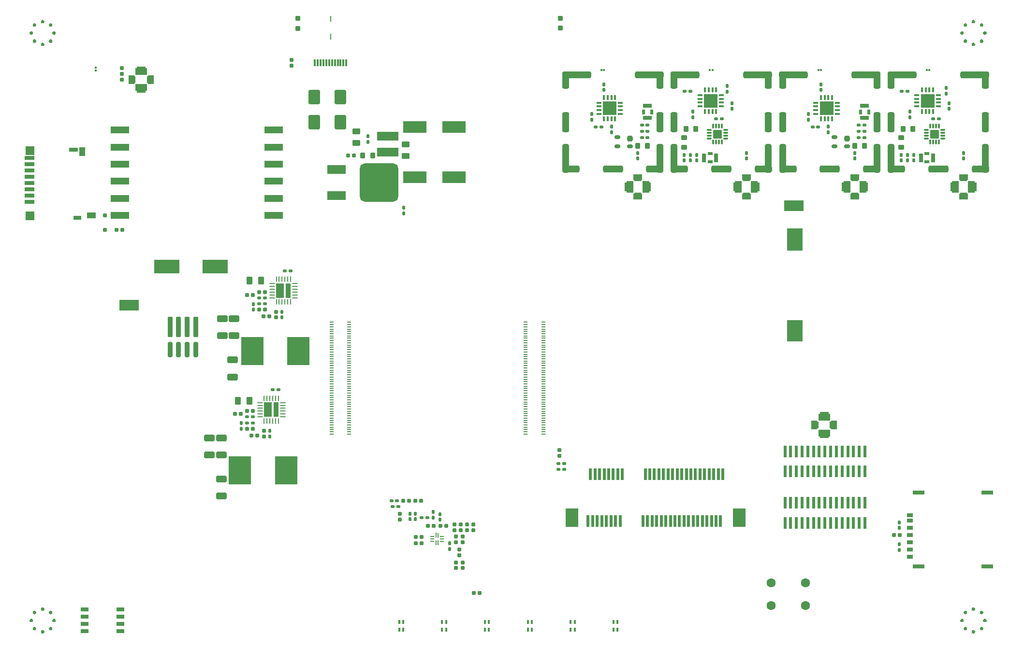
<source format=gtp>
G04*
G04 #@! TF.GenerationSoftware,Altium Limited,Altium Designer,19.1.6 (110)*
G04*
G04 Layer_Color=8421504*
%FSLAX44Y44*%
%MOMM*%
G71*
G01*
G75*
%ADD23R,0.6000X2.0000*%
G04:AMPARAMS|DCode=24|XSize=0.6mm|YSize=0.6mm|CornerRadius=0.06mm|HoleSize=0mm|Usage=FLASHONLY|Rotation=0.000|XOffset=0mm|YOffset=0mm|HoleType=Round|Shape=RoundedRectangle|*
%AMROUNDEDRECTD24*
21,1,0.6000,0.4800,0,0,0.0*
21,1,0.4800,0.6000,0,0,0.0*
1,1,0.1200,0.2400,-0.2400*
1,1,0.1200,-0.2400,-0.2400*
1,1,0.1200,-0.2400,0.2400*
1,1,0.1200,0.2400,0.2400*
%
%ADD24ROUNDEDRECTD24*%
G04:AMPARAMS|DCode=25|XSize=0.5mm|YSize=0.6mm|CornerRadius=0.05mm|HoleSize=0mm|Usage=FLASHONLY|Rotation=270.000|XOffset=0mm|YOffset=0mm|HoleType=Round|Shape=RoundedRectangle|*
%AMROUNDEDRECTD25*
21,1,0.5000,0.5000,0,0,270.0*
21,1,0.4000,0.6000,0,0,270.0*
1,1,0.1000,-0.2500,-0.2000*
1,1,0.1000,-0.2500,0.2000*
1,1,0.1000,0.2500,0.2000*
1,1,0.1000,0.2500,-0.2000*
%
%ADD25ROUNDEDRECTD25*%
%ADD26R,0.7200X0.2000*%
%ADD27R,0.2000X0.8100*%
%ADD28R,0.2000X0.9100*%
G04:AMPARAMS|DCode=29|XSize=0.6mm|YSize=0.6mm|CornerRadius=0.06mm|HoleSize=0mm|Usage=FLASHONLY|Rotation=270.000|XOffset=0mm|YOffset=0mm|HoleType=Round|Shape=RoundedRectangle|*
%AMROUNDEDRECTD29*
21,1,0.6000,0.4800,0,0,270.0*
21,1,0.4800,0.6000,0,0,270.0*
1,1,0.1200,-0.2400,-0.2400*
1,1,0.1200,-0.2400,0.2400*
1,1,0.1200,0.2400,0.2400*
1,1,0.1200,0.2400,-0.2400*
%
%ADD29ROUNDEDRECTD29*%
%ADD30R,1.4000X0.8000*%
%ADD31R,0.3000X0.3100*%
G04:AMPARAMS|DCode=32|XSize=1mm|YSize=0.9mm|CornerRadius=0.1125mm|HoleSize=0mm|Usage=FLASHONLY|Rotation=180.000|XOffset=0mm|YOffset=0mm|HoleType=Round|Shape=RoundedRectangle|*
%AMROUNDEDRECTD32*
21,1,1.0000,0.6750,0,0,180.0*
21,1,0.7750,0.9000,0,0,180.0*
1,1,0.2250,-0.3875,0.3375*
1,1,0.2250,0.3875,0.3375*
1,1,0.2250,0.3875,-0.3375*
1,1,0.2250,-0.3875,-0.3375*
%
%ADD32ROUNDEDRECTD32*%
G04:AMPARAMS|DCode=33|XSize=1.5mm|YSize=1.5mm|CornerRadius=0.075mm|HoleSize=0mm|Usage=FLASHONLY|Rotation=180.000|XOffset=0mm|YOffset=0mm|HoleType=Round|Shape=RoundedRectangle|*
%AMROUNDEDRECTD33*
21,1,1.5000,1.3500,0,0,180.0*
21,1,1.3500,1.5000,0,0,180.0*
1,1,0.1500,-0.6750,0.6750*
1,1,0.1500,0.6750,0.6750*
1,1,0.1500,0.6750,-0.6750*
1,1,0.1500,-0.6750,-0.6750*
%
%ADD33ROUNDEDRECTD33*%
G04:AMPARAMS|DCode=34|XSize=0.3mm|YSize=0.8mm|CornerRadius=0.075mm|HoleSize=0mm|Usage=FLASHONLY|Rotation=180.000|XOffset=0mm|YOffset=0mm|HoleType=Round|Shape=RoundedRectangle|*
%AMROUNDEDRECTD34*
21,1,0.3000,0.6500,0,0,180.0*
21,1,0.1500,0.8000,0,0,180.0*
1,1,0.1500,-0.0750,0.3250*
1,1,0.1500,0.0750,0.3250*
1,1,0.1500,0.0750,-0.3250*
1,1,0.1500,-0.0750,-0.3250*
%
%ADD34ROUNDEDRECTD34*%
G04:AMPARAMS|DCode=35|XSize=0.3mm|YSize=0.8mm|CornerRadius=0.075mm|HoleSize=0mm|Usage=FLASHONLY|Rotation=270.000|XOffset=0mm|YOffset=0mm|HoleType=Round|Shape=RoundedRectangle|*
%AMROUNDEDRECTD35*
21,1,0.3000,0.6500,0,0,270.0*
21,1,0.1500,0.8000,0,0,270.0*
1,1,0.1500,-0.3250,-0.0750*
1,1,0.1500,-0.3250,0.0750*
1,1,0.1500,0.3250,0.0750*
1,1,0.1500,0.3250,-0.0750*
%
%ADD35ROUNDEDRECTD35*%
%ADD36R,0.7500X1.5000*%
%ADD37R,0.9000X0.6000*%
%ADD38R,1.5000X0.7500*%
%ADD39R,0.6000X0.9000*%
G04:AMPARAMS|DCode=40|XSize=0.5mm|YSize=0.6mm|CornerRadius=0.05mm|HoleSize=0mm|Usage=FLASHONLY|Rotation=0.000|XOffset=0mm|YOffset=0mm|HoleType=Round|Shape=RoundedRectangle|*
%AMROUNDEDRECTD40*
21,1,0.5000,0.5000,0,0,0.0*
21,1,0.4000,0.6000,0,0,0.0*
1,1,0.1000,0.2000,-0.2500*
1,1,0.1000,-0.2000,-0.2500*
1,1,0.1000,-0.2000,0.2500*
1,1,0.1000,0.2000,0.2500*
%
%ADD40ROUNDEDRECTD40*%
G04:AMPARAMS|DCode=41|XSize=1.4mm|YSize=1mm|CornerRadius=0.125mm|HoleSize=0mm|Usage=FLASHONLY|Rotation=0.000|XOffset=0mm|YOffset=0mm|HoleType=Round|Shape=RoundedRectangle|*
%AMROUNDEDRECTD41*
21,1,1.4000,0.7500,0,0,0.0*
21,1,1.1500,1.0000,0,0,0.0*
1,1,0.2500,0.5750,-0.3750*
1,1,0.2500,-0.5750,-0.3750*
1,1,0.2500,-0.5750,0.3750*
1,1,0.2500,0.5750,0.3750*
%
%ADD41ROUNDEDRECTD41*%
%ADD42R,0.7000X0.2000*%
%ADD43R,2.3000X3.2000*%
%ADD44R,4.1500X2.1500*%
%ADD45R,2.8000X4.0000*%
%ADD46R,2.8000X3.8000*%
%ADD47R,1.5019X1.0013*%
%ADD48R,1.0000X1.5000*%
%ADD49R,1.4006X0.8004*%
%ADD50R,1.5011X0.8006*%
%ADD51R,1.5018X1.5018*%
%ADD52R,1.5009X1.5009*%
%ADD53R,1.7526X0.7011*%
%ADD54R,1.7518X0.7007*%
%ADD55R,1.7504X0.7002*%
%ADD56R,1.7525X0.7010*%
%ADD57R,1.7522X0.7009*%
%ADD58R,1.7516X0.7006*%
%ADD59R,1.7530X0.7012*%
%ADD60R,1.7504X0.7002*%
%ADD61R,2.1000X0.7000*%
%ADD62R,1.1400X0.8000*%
G04:AMPARAMS|DCode=63|XSize=0.7mm|YSize=0.4mm|CornerRadius=0.05mm|HoleSize=0mm|Usage=FLASHONLY|Rotation=90.000|XOffset=0mm|YOffset=0mm|HoleType=Round|Shape=RoundedRectangle|*
%AMROUNDEDRECTD63*
21,1,0.7000,0.3000,0,0,90.0*
21,1,0.6000,0.4000,0,0,90.0*
1,1,0.1000,0.1500,0.3000*
1,1,0.1000,0.1500,-0.3000*
1,1,0.1000,-0.1500,-0.3000*
1,1,0.1000,-0.1500,0.3000*
%
%ADD63ROUNDEDRECTD63*%
%ADD64C,1.6000*%
G04:AMPARAMS|DCode=65|XSize=0.85mm|YSize=3.55mm|CornerRadius=0.2125mm|HoleSize=0mm|Usage=FLASHONLY|Rotation=0.000|XOffset=0mm|YOffset=0mm|HoleType=Round|Shape=RoundedRectangle|*
%AMROUNDEDRECTD65*
21,1,0.8500,3.1250,0,0,0.0*
21,1,0.4250,3.5500,0,0,0.0*
1,1,0.4250,0.2125,-1.5625*
1,1,0.4250,-0.2125,-1.5625*
1,1,0.4250,-0.2125,1.5625*
1,1,0.4250,0.2125,1.5625*
%
%ADD65ROUNDEDRECTD65*%
G04:AMPARAMS|DCode=66|XSize=0.85mm|YSize=2.65mm|CornerRadius=0.2125mm|HoleSize=0mm|Usage=FLASHONLY|Rotation=0.000|XOffset=0mm|YOffset=0mm|HoleType=Round|Shape=RoundedRectangle|*
%AMROUNDEDRECTD66*
21,1,0.8500,2.2250,0,0,0.0*
21,1,0.4250,2.6500,0,0,0.0*
1,1,0.4250,0.2125,-1.1125*
1,1,0.4250,-0.2125,-1.1125*
1,1,0.4250,-0.2125,1.1125*
1,1,0.4250,0.2125,1.1125*
%
%ADD66ROUNDEDRECTD66*%
%ADD67R,3.7000X1.6000*%
%ADD68R,0.2000X1.0000*%
%ADD69R,0.3000X1.2000*%
G04:AMPARAMS|DCode=70|XSize=1mm|YSize=0.9mm|CornerRadius=0.1125mm|HoleSize=0mm|Usage=FLASHONLY|Rotation=270.000|XOffset=0mm|YOffset=0mm|HoleType=Round|Shape=RoundedRectangle|*
%AMROUNDEDRECTD70*
21,1,1.0000,0.6750,0,0,270.0*
21,1,0.7750,0.9000,0,0,270.0*
1,1,0.2250,-0.3375,-0.3875*
1,1,0.2250,-0.3375,0.3875*
1,1,0.2250,0.3375,0.3875*
1,1,0.2250,0.3375,-0.3875*
%
%ADD70ROUNDEDRECTD70*%
G04:AMPARAMS|DCode=71|XSize=1.8mm|YSize=1.15mm|CornerRadius=0.1438mm|HoleSize=0mm|Usage=FLASHONLY|Rotation=180.000|XOffset=0mm|YOffset=0mm|HoleType=Round|Shape=RoundedRectangle|*
%AMROUNDEDRECTD71*
21,1,1.8000,0.8625,0,0,180.0*
21,1,1.5125,1.1500,0,0,180.0*
1,1,0.2875,-0.7563,0.4313*
1,1,0.2875,0.7563,0.4313*
1,1,0.2875,0.7563,-0.4313*
1,1,0.2875,-0.7563,-0.4313*
%
%ADD71ROUNDEDRECTD71*%
G04:AMPARAMS|DCode=72|XSize=3.3mm|YSize=1.6mm|CornerRadius=0.2mm|HoleSize=0mm|Usage=FLASHONLY|Rotation=180.000|XOffset=0mm|YOffset=0mm|HoleType=Round|Shape=RoundedRectangle|*
%AMROUNDEDRECTD72*
21,1,3.3000,1.2000,0,0,180.0*
21,1,2.9000,1.6000,0,0,180.0*
1,1,0.4000,-1.4500,0.6000*
1,1,0.4000,1.4500,0.6000*
1,1,0.4000,1.4500,-0.6000*
1,1,0.4000,-1.4500,-0.6000*
%
%ADD72ROUNDEDRECTD72*%
G04:AMPARAMS|DCode=73|XSize=6.7mm|YSize=6.7mm|CornerRadius=0.8375mm|HoleSize=0mm|Usage=FLASHONLY|Rotation=180.000|XOffset=0mm|YOffset=0mm|HoleType=Round|Shape=RoundedRectangle|*
%AMROUNDEDRECTD73*
21,1,6.7000,5.0250,0,0,180.0*
21,1,5.0250,6.7000,0,0,180.0*
1,1,1.6750,-2.5125,2.5125*
1,1,1.6750,2.5125,2.5125*
1,1,1.6750,2.5125,-2.5125*
1,1,1.6750,-2.5125,-2.5125*
%
%ADD73ROUNDEDRECTD73*%
%ADD74R,0.3100X0.3000*%
%ADD75R,0.9000X2.5500*%
%ADD76R,1.4000X2.5500*%
G04:AMPARAMS|DCode=77|XSize=0.25mm|YSize=1mm|CornerRadius=0.0625mm|HoleSize=0mm|Usage=FLASHONLY|Rotation=90.000|XOffset=0mm|YOffset=0mm|HoleType=Round|Shape=RoundedRectangle|*
%AMROUNDEDRECTD77*
21,1,0.2500,0.8750,0,0,90.0*
21,1,0.1250,1.0000,0,0,90.0*
1,1,0.1250,0.4375,0.0625*
1,1,0.1250,0.4375,-0.0625*
1,1,0.1250,-0.4375,-0.0625*
1,1,0.1250,-0.4375,0.0625*
%
%ADD77ROUNDEDRECTD77*%
G04:AMPARAMS|DCode=78|XSize=0.25mm|YSize=1mm|CornerRadius=0.0625mm|HoleSize=0mm|Usage=FLASHONLY|Rotation=180.000|XOffset=0mm|YOffset=0mm|HoleType=Round|Shape=RoundedRectangle|*
%AMROUNDEDRECTD78*
21,1,0.2500,0.8750,0,0,180.0*
21,1,0.1250,1.0000,0,0,180.0*
1,1,0.1250,-0.0625,0.4375*
1,1,0.1250,0.0625,0.4375*
1,1,0.1250,0.0625,-0.4375*
1,1,0.1250,-0.0625,-0.4375*
%
%ADD78ROUNDEDRECTD78*%
%ADD79R,0.3300X0.8500*%
%ADD80R,0.8500X0.3300*%
%ADD81R,2.4000X2.4000*%
G04:AMPARAMS|DCode=82|XSize=0.95mm|YSize=0.65mm|CornerRadius=0.1625mm|HoleSize=0mm|Usage=FLASHONLY|Rotation=180.000|XOffset=0mm|YOffset=0mm|HoleType=Round|Shape=RoundedRectangle|*
%AMROUNDEDRECTD82*
21,1,0.9500,0.3250,0,0,180.0*
21,1,0.6250,0.6500,0,0,180.0*
1,1,0.3250,-0.3125,0.1625*
1,1,0.3250,0.3125,0.1625*
1,1,0.3250,0.3125,-0.1625*
1,1,0.3250,-0.3125,-0.1625*
%
%ADD82ROUNDEDRECTD82*%
G04:AMPARAMS|DCode=83|XSize=0.95mm|YSize=1mm|CornerRadius=0.2375mm|HoleSize=0mm|Usage=FLASHONLY|Rotation=180.000|XOffset=0mm|YOffset=0mm|HoleType=Round|Shape=RoundedRectangle|*
%AMROUNDEDRECTD83*
21,1,0.9500,0.5250,0,0,180.0*
21,1,0.4750,1.0000,0,0,180.0*
1,1,0.4750,-0.2375,0.2625*
1,1,0.4750,0.2375,0.2625*
1,1,0.4750,0.2375,-0.2625*
1,1,0.4750,-0.2375,-0.2625*
%
%ADD83ROUNDEDRECTD83*%
%ADD84R,1.0000X1.5500*%
%ADD85R,1.6000X1.2000*%
%ADD86R,1.2000X1.2000*%
%ADD87R,2.1500X1.2000*%
%ADD88R,4.0000X5.0000*%
G04:AMPARAMS|DCode=89|XSize=0.8mm|YSize=0.8mm|CornerRadius=0.1mm|HoleSize=0mm|Usage=FLASHONLY|Rotation=90.000|XOffset=0mm|YOffset=0mm|HoleType=Round|Shape=RoundedRectangle|*
%AMROUNDEDRECTD89*
21,1,0.8000,0.6000,0,0,90.0*
21,1,0.6000,0.8000,0,0,90.0*
1,1,0.2000,0.3000,0.3000*
1,1,0.2000,0.3000,-0.3000*
1,1,0.2000,-0.3000,-0.3000*
1,1,0.2000,-0.3000,0.3000*
%
%ADD89ROUNDEDRECTD89*%
%ADD90R,3.3000X1.2700*%
%ADD91R,4.5000X2.3500*%
G04:AMPARAMS|DCode=92|XSize=3mm|YSize=1.2mm|CornerRadius=0.3mm|HoleSize=0mm|Usage=FLASHONLY|Rotation=90.000|XOffset=0mm|YOffset=0mm|HoleType=Round|Shape=RoundedRectangle|*
%AMROUNDEDRECTD92*
21,1,3.0000,0.6000,0,0,90.0*
21,1,2.4000,1.2000,0,0,90.0*
1,1,0.6000,0.3000,1.2000*
1,1,0.6000,0.3000,-1.2000*
1,1,0.6000,-0.3000,-1.2000*
1,1,0.6000,-0.3000,1.2000*
%
%ADD92ROUNDEDRECTD92*%
G04:AMPARAMS|DCode=93|XSize=3.5mm|YSize=1.2mm|CornerRadius=0.3mm|HoleSize=0mm|Usage=FLASHONLY|Rotation=90.000|XOffset=0mm|YOffset=0mm|HoleType=Round|Shape=RoundedRectangle|*
%AMROUNDEDRECTD93*
21,1,3.5000,0.6000,0,0,90.0*
21,1,2.9000,1.2000,0,0,90.0*
1,1,0.6000,0.3000,1.4500*
1,1,0.6000,0.3000,-1.4500*
1,1,0.6000,-0.3000,-1.4500*
1,1,0.6000,-0.3000,1.4500*
%
%ADD93ROUNDEDRECTD93*%
G04:AMPARAMS|DCode=94|XSize=3.5mm|YSize=1.2mm|CornerRadius=0.3mm|HoleSize=0mm|Usage=FLASHONLY|Rotation=0.000|XOffset=0mm|YOffset=0mm|HoleType=Round|Shape=RoundedRectangle|*
%AMROUNDEDRECTD94*
21,1,3.5000,0.6000,0,0,0.0*
21,1,2.9000,1.2000,0,0,0.0*
1,1,0.6000,1.4500,-0.3000*
1,1,0.6000,-1.4500,-0.3000*
1,1,0.6000,-1.4500,0.3000*
1,1,0.6000,1.4500,0.3000*
%
%ADD94ROUNDEDRECTD94*%
G04:AMPARAMS|DCode=95|XSize=3mm|YSize=1.2mm|CornerRadius=0.3mm|HoleSize=0mm|Usage=FLASHONLY|Rotation=0.000|XOffset=0mm|YOffset=0mm|HoleType=Round|Shape=RoundedRectangle|*
%AMROUNDEDRECTD95*
21,1,3.0000,0.6000,0,0,0.0*
21,1,2.4000,1.2000,0,0,0.0*
1,1,0.6000,1.2000,-0.3000*
1,1,0.6000,-1.2000,-0.3000*
1,1,0.6000,-1.2000,0.3000*
1,1,0.6000,1.2000,0.3000*
%
%ADD95ROUNDEDRECTD95*%
G04:AMPARAMS|DCode=96|XSize=5mm|YSize=1.2mm|CornerRadius=0.3mm|HoleSize=0mm|Usage=FLASHONLY|Rotation=270.000|XOffset=0mm|YOffset=0mm|HoleType=Round|Shape=RoundedRectangle|*
%AMROUNDEDRECTD96*
21,1,5.0000,0.6000,0,0,270.0*
21,1,4.4000,1.2000,0,0,270.0*
1,1,0.6000,-0.3000,-2.2000*
1,1,0.6000,-0.3000,2.2000*
1,1,0.6000,0.3000,2.2000*
1,1,0.6000,0.3000,-2.2000*
%
%ADD96ROUNDEDRECTD96*%
G04:AMPARAMS|DCode=97|XSize=5mm|YSize=1.2mm|CornerRadius=0.3mm|HoleSize=0mm|Usage=FLASHONLY|Rotation=0.000|XOffset=0mm|YOffset=0mm|HoleType=Round|Shape=RoundedRectangle|*
%AMROUNDEDRECTD97*
21,1,5.0000,0.6000,0,0,0.0*
21,1,4.4000,1.2000,0,0,0.0*
1,1,0.6000,2.2000,-0.3000*
1,1,0.6000,-2.2000,-0.3000*
1,1,0.6000,-2.2000,0.3000*
1,1,0.6000,2.2000,0.3000*
%
%ADD97ROUNDEDRECTD97*%
G04:AMPARAMS|DCode=98|XSize=2.5mm|YSize=2mm|CornerRadius=0.25mm|HoleSize=0mm|Usage=FLASHONLY|Rotation=90.000|XOffset=0mm|YOffset=0mm|HoleType=Round|Shape=RoundedRectangle|*
%AMROUNDEDRECTD98*
21,1,2.5000,1.5000,0,0,90.0*
21,1,2.0000,2.0000,0,0,90.0*
1,1,0.5000,0.7500,1.0000*
1,1,0.5000,0.7500,-1.0000*
1,1,0.5000,-0.7500,-1.0000*
1,1,0.5000,-0.7500,1.0000*
%
%ADD98ROUNDEDRECTD98*%
%ADD99R,3.5000X1.9000*%
G04:AMPARAMS|DCode=100|XSize=0.6mm|YSize=0.7mm|CornerRadius=0.075mm|HoleSize=0mm|Usage=FLASHONLY|Rotation=270.000|XOffset=0mm|YOffset=0mm|HoleType=Round|Shape=RoundedRectangle|*
%AMROUNDEDRECTD100*
21,1,0.6000,0.5500,0,0,270.0*
21,1,0.4500,0.7000,0,0,270.0*
1,1,0.1500,-0.2750,-0.2250*
1,1,0.1500,-0.2750,0.2250*
1,1,0.1500,0.2750,0.2250*
1,1,0.1500,0.2750,-0.2250*
%
%ADD100ROUNDEDRECTD100*%
%ADD101R,1.5500X1.0000*%
%ADD102R,1.2000X1.6000*%
%ADD103R,1.2000X1.2000*%
%ADD104R,1.2000X2.1500*%
G04:AMPARAMS|DCode=105|XSize=1.4mm|YSize=1mm|CornerRadius=0.125mm|HoleSize=0mm|Usage=FLASHONLY|Rotation=90.000|XOffset=0mm|YOffset=0mm|HoleType=Round|Shape=RoundedRectangle|*
%AMROUNDEDRECTD105*
21,1,1.4000,0.7500,0,0,90.0*
21,1,1.1500,1.0000,0,0,90.0*
1,1,0.2500,0.3750,0.5750*
1,1,0.2500,0.3750,-0.5750*
1,1,0.2500,-0.3750,-0.5750*
1,1,0.2500,-0.3750,0.5750*
%
%ADD105ROUNDEDRECTD105*%
%ADD106R,2.4000X2.4000*%
G36*
X36699Y57543D02*
X37543Y56699D01*
X38000Y55597D01*
Y55000D01*
Y54403D01*
X37543Y53301D01*
X36699Y52457D01*
X35597Y52000D01*
X34403D01*
X33301Y52457D01*
X32457Y53301D01*
X32000Y54403D01*
Y55000D01*
Y55597D01*
X32457Y56699D01*
X33301Y57543D01*
X34403Y58000D01*
X35597D01*
X36699Y57543D01*
D02*
G37*
G36*
X50841Y51685D02*
X51263Y51263D01*
X51685Y50841D01*
X52142Y49739D01*
Y48545D01*
X51685Y47443D01*
X51263Y47021D01*
X50841Y46599D01*
X49739Y46142D01*
X48545D01*
X47443Y46599D01*
X47021Y47021D01*
X46599Y47443D01*
X46142Y48545D01*
Y49739D01*
X46599Y50841D01*
X47021Y51263D01*
X47443Y51685D01*
X48545Y52142D01*
X49739D01*
X50841Y51685D01*
D02*
G37*
G36*
X22557D02*
X22979Y51263D01*
X23401Y50841D01*
X23858Y49739D01*
Y48545D01*
X23401Y47443D01*
X22979Y47021D01*
X22557Y46599D01*
X21455Y46142D01*
X20261D01*
X19159Y46599D01*
X18736Y47021D01*
X18315Y47443D01*
X17858Y48545D01*
Y49739D01*
X18315Y50841D01*
X18736Y51263D01*
X19159Y51685D01*
X20261Y52142D01*
X21455D01*
X22557Y51685D01*
D02*
G37*
G36*
X56699Y37543D02*
X57543Y36699D01*
X58000Y35597D01*
Y35000D01*
Y34403D01*
X57543Y33301D01*
X56699Y32457D01*
X55597Y32000D01*
X54403D01*
X53301Y32457D01*
X52457Y33301D01*
X52000Y34403D01*
Y35000D01*
Y35597D01*
X52457Y36699D01*
X53301Y37543D01*
X54403Y38000D01*
X55597D01*
X56699Y37543D01*
D02*
G37*
G36*
X16699D02*
X17543Y36699D01*
X18000Y35597D01*
Y35000D01*
Y34403D01*
X17543Y33301D01*
X16699Y32457D01*
X15597Y32000D01*
X14403D01*
X13301Y32457D01*
X12457Y33301D01*
X12000Y34403D01*
Y35000D01*
Y35597D01*
X12457Y36699D01*
X13301Y37543D01*
X14403Y38000D01*
X15597D01*
X16699Y37543D01*
D02*
G37*
G36*
X50841Y23401D02*
X51263Y22979D01*
X51685Y22557D01*
X52142Y21455D01*
Y20261D01*
X51685Y19159D01*
X51263Y18736D01*
X50841Y18315D01*
X49739Y17858D01*
X48545D01*
X47443Y18315D01*
X47021Y18736D01*
X46599Y19159D01*
X46142Y20261D01*
Y21455D01*
X46599Y22557D01*
X47021Y22979D01*
X47443Y23401D01*
X48545Y23858D01*
X49739D01*
X50841Y23401D01*
D02*
G37*
G36*
X22557D02*
X22979Y22979D01*
X23401Y22557D01*
X23858Y21455D01*
Y20261D01*
X23401Y19159D01*
X22979Y18736D01*
X22557Y18315D01*
X21455Y17858D01*
X20261D01*
X19159Y18315D01*
X18736Y18736D01*
X18315Y19159D01*
X17858Y20261D01*
Y21455D01*
X18315Y22557D01*
X18736Y22979D01*
X19159Y23401D01*
X20261Y23858D01*
X21455D01*
X22557Y23401D01*
D02*
G37*
G36*
X36699Y17543D02*
X37543Y16699D01*
X38000Y15597D01*
Y15000D01*
Y14403D01*
X37543Y13301D01*
X36699Y12457D01*
X35597Y12000D01*
X34403D01*
X33301Y12457D01*
X32457Y13301D01*
X32000Y14403D01*
Y15000D01*
Y15597D01*
X32457Y16699D01*
X33301Y17543D01*
X34403Y18000D01*
X35597D01*
X36699Y17543D01*
D02*
G37*
G36*
Y1087543D02*
X37543Y1086699D01*
X38000Y1085597D01*
Y1085000D01*
Y1084403D01*
X37543Y1083301D01*
X36699Y1082457D01*
X35597Y1082000D01*
X34403D01*
X33301Y1082457D01*
X32457Y1083301D01*
X32000Y1084403D01*
Y1085000D01*
Y1085597D01*
X32457Y1086699D01*
X33301Y1087543D01*
X34403Y1088000D01*
X35597D01*
X36699Y1087543D01*
D02*
G37*
G36*
X50841Y1081685D02*
X51263Y1081264D01*
X51685Y1080842D01*
X52142Y1079739D01*
Y1078545D01*
X51685Y1077443D01*
X51263Y1077021D01*
X50841Y1076599D01*
X49739Y1076142D01*
X48545D01*
X47443Y1076599D01*
X47021Y1077021D01*
X46599Y1077443D01*
X46142Y1078545D01*
Y1079739D01*
X46599Y1080842D01*
X47021Y1081264D01*
X47443Y1081685D01*
X48545Y1082142D01*
X49739D01*
X50841Y1081685D01*
D02*
G37*
G36*
X22557D02*
X22979Y1081264D01*
X23401Y1080842D01*
X23858Y1079739D01*
Y1078545D01*
X23401Y1077443D01*
X22979Y1077021D01*
X22557Y1076599D01*
X21455Y1076142D01*
X20261D01*
X19159Y1076599D01*
X18736Y1077021D01*
X18315Y1077443D01*
X17858Y1078545D01*
Y1079739D01*
X18315Y1080842D01*
X18736Y1081264D01*
X19159Y1081685D01*
X20261Y1082142D01*
X21455D01*
X22557Y1081685D01*
D02*
G37*
G36*
X56699Y1067543D02*
X57543Y1066699D01*
X58000Y1065597D01*
Y1065000D01*
Y1064403D01*
X57543Y1063301D01*
X56699Y1062457D01*
X55597Y1062000D01*
X54403D01*
X53301Y1062457D01*
X52457Y1063301D01*
X52000Y1064403D01*
Y1065000D01*
Y1065597D01*
X52457Y1066699D01*
X53301Y1067543D01*
X54403Y1068000D01*
X55597D01*
X56699Y1067543D01*
D02*
G37*
G36*
X16699D02*
X17543Y1066699D01*
X18000Y1065597D01*
Y1065000D01*
Y1064403D01*
X17543Y1063301D01*
X16699Y1062457D01*
X15597Y1062000D01*
X14403D01*
X13301Y1062457D01*
X12457Y1063301D01*
X12000Y1064403D01*
Y1065000D01*
Y1065597D01*
X12457Y1066699D01*
X13301Y1067543D01*
X14403Y1068000D01*
X15597D01*
X16699Y1067543D01*
D02*
G37*
G36*
X50841Y1053401D02*
X51263Y1052979D01*
X51685Y1052557D01*
X52142Y1051455D01*
Y1050261D01*
X51685Y1049158D01*
X51263Y1048736D01*
X50841Y1048315D01*
X49739Y1047858D01*
X48545D01*
X47443Y1048315D01*
X47021Y1048736D01*
X46599Y1049158D01*
X46142Y1050261D01*
Y1051455D01*
X46599Y1052557D01*
X47021Y1052979D01*
X47443Y1053401D01*
X48545Y1053858D01*
X49739D01*
X50841Y1053401D01*
D02*
G37*
G36*
X22557D02*
X22979Y1052979D01*
X23401Y1052557D01*
X23858Y1051455D01*
Y1050261D01*
X23401Y1049158D01*
X22979Y1048736D01*
X22557Y1048315D01*
X21455Y1047858D01*
X20261D01*
X19159Y1048315D01*
X18736Y1048736D01*
X18315Y1049158D01*
X17858Y1050261D01*
Y1051455D01*
X18315Y1052557D01*
X18736Y1052979D01*
X19159Y1053401D01*
X20261Y1053858D01*
X21455D01*
X22557Y1053401D01*
D02*
G37*
G36*
X36699Y1047543D02*
X37543Y1046699D01*
X38000Y1045597D01*
Y1045000D01*
Y1044403D01*
X37543Y1043301D01*
X36699Y1042457D01*
X35597Y1042000D01*
X34403D01*
X33301Y1042457D01*
X32457Y1043301D01*
X32000Y1044403D01*
Y1045000D01*
Y1045597D01*
X32457Y1046699D01*
X33301Y1047543D01*
X34403Y1048000D01*
X35597D01*
X36699Y1047543D01*
D02*
G37*
G36*
X1666699Y57543D02*
X1667543Y56699D01*
X1668000Y55597D01*
Y55000D01*
Y54403D01*
X1667543Y53301D01*
X1666699Y52457D01*
X1665597Y52000D01*
X1664403D01*
X1663301Y52457D01*
X1662457Y53301D01*
X1662000Y54403D01*
Y55000D01*
Y55597D01*
X1662457Y56699D01*
X1663301Y57543D01*
X1664403Y58000D01*
X1665597D01*
X1666699Y57543D01*
D02*
G37*
G36*
X1680842Y51685D02*
X1681263Y51263D01*
X1681685Y50841D01*
X1682142Y49739D01*
Y48545D01*
X1681685Y47443D01*
X1681263Y47021D01*
X1680842Y46599D01*
X1679739Y46142D01*
X1678545D01*
X1677443Y46599D01*
X1677021Y47021D01*
X1676599Y47443D01*
X1676142Y48545D01*
Y49739D01*
X1676599Y50841D01*
X1677021Y51263D01*
X1677443Y51685D01*
X1678545Y52142D01*
X1679739D01*
X1680842Y51685D01*
D02*
G37*
G36*
X1652557D02*
X1652979Y51263D01*
X1653401Y50841D01*
X1653858Y49739D01*
Y48545D01*
X1653401Y47443D01*
X1652979Y47021D01*
X1652557Y46599D01*
X1651455Y46142D01*
X1650261D01*
X1649158Y46599D01*
X1648737Y47021D01*
X1648315Y47443D01*
X1647858Y48545D01*
Y49739D01*
X1648315Y50841D01*
X1648737Y51263D01*
X1649158Y51685D01*
X1650261Y52142D01*
X1651455D01*
X1652557Y51685D01*
D02*
G37*
G36*
X1686699Y37543D02*
X1687543Y36699D01*
X1688000Y35597D01*
Y35000D01*
Y34403D01*
X1687543Y33301D01*
X1686699Y32457D01*
X1685597Y32000D01*
X1684403D01*
X1683301Y32457D01*
X1682457Y33301D01*
X1682000Y34403D01*
Y35000D01*
Y35597D01*
X1682457Y36699D01*
X1683301Y37543D01*
X1684403Y38000D01*
X1685597D01*
X1686699Y37543D01*
D02*
G37*
G36*
X1646699D02*
X1647543Y36699D01*
X1648000Y35597D01*
Y35000D01*
Y34403D01*
X1647543Y33301D01*
X1646699Y32457D01*
X1645597Y32000D01*
X1644403D01*
X1643301Y32457D01*
X1642457Y33301D01*
X1642000Y34403D01*
Y35000D01*
Y35597D01*
X1642457Y36699D01*
X1643301Y37543D01*
X1644403Y38000D01*
X1645597D01*
X1646699Y37543D01*
D02*
G37*
G36*
X1680842Y23401D02*
X1681263Y22979D01*
X1681685Y22557D01*
X1682142Y21455D01*
Y20261D01*
X1681685Y19159D01*
X1681263Y18736D01*
X1680842Y18315D01*
X1679739Y17858D01*
X1678545D01*
X1677443Y18315D01*
X1677021Y18736D01*
X1676599Y19159D01*
X1676142Y20261D01*
Y21455D01*
X1676599Y22557D01*
X1677021Y22979D01*
X1677443Y23401D01*
X1678545Y23858D01*
X1679739D01*
X1680842Y23401D01*
D02*
G37*
G36*
X1652557D02*
X1652979Y22979D01*
X1653401Y22557D01*
X1653858Y21455D01*
Y20261D01*
X1653401Y19159D01*
X1652979Y18736D01*
X1652557Y18315D01*
X1651455Y17858D01*
X1650261D01*
X1649158Y18315D01*
X1648737Y18736D01*
X1648315Y19159D01*
X1647858Y20261D01*
Y21455D01*
X1648315Y22557D01*
X1648737Y22979D01*
X1649158Y23401D01*
X1650261Y23858D01*
X1651455D01*
X1652557Y23401D01*
D02*
G37*
G36*
X1666699Y17543D02*
X1667543Y16699D01*
X1668000Y15597D01*
Y15000D01*
Y14403D01*
X1667543Y13301D01*
X1666699Y12457D01*
X1665597Y12000D01*
X1664403D01*
X1663301Y12457D01*
X1662457Y13301D01*
X1662000Y14403D01*
Y15000D01*
Y15597D01*
X1662457Y16699D01*
X1663301Y17543D01*
X1664403Y18000D01*
X1665597D01*
X1666699Y17543D01*
D02*
G37*
G36*
Y1087543D02*
X1667543Y1086699D01*
X1668000Y1085597D01*
Y1085000D01*
Y1084403D01*
X1667543Y1083301D01*
X1666699Y1082457D01*
X1665597Y1082000D01*
X1664403D01*
X1663301Y1082457D01*
X1662457Y1083301D01*
X1662000Y1084403D01*
Y1085000D01*
Y1085597D01*
X1662457Y1086699D01*
X1663301Y1087543D01*
X1664403Y1088000D01*
X1665597D01*
X1666699Y1087543D01*
D02*
G37*
G36*
X1680842Y1081685D02*
X1681263Y1081264D01*
X1681685Y1080842D01*
X1682142Y1079739D01*
Y1078545D01*
X1681685Y1077443D01*
X1681263Y1077021D01*
X1680842Y1076599D01*
X1679739Y1076142D01*
X1678545D01*
X1677443Y1076599D01*
X1677021Y1077021D01*
X1676599Y1077443D01*
X1676142Y1078545D01*
Y1079739D01*
X1676599Y1080842D01*
X1677021Y1081264D01*
X1677443Y1081685D01*
X1678545Y1082142D01*
X1679739D01*
X1680842Y1081685D01*
D02*
G37*
G36*
X1652557D02*
X1652979Y1081264D01*
X1653401Y1080842D01*
X1653858Y1079739D01*
Y1078545D01*
X1653401Y1077443D01*
X1652979Y1077021D01*
X1652557Y1076599D01*
X1651455Y1076142D01*
X1650261D01*
X1649158Y1076599D01*
X1648737Y1077021D01*
X1648315Y1077443D01*
X1647858Y1078545D01*
Y1079739D01*
X1648315Y1080842D01*
X1648737Y1081264D01*
X1649158Y1081685D01*
X1650261Y1082142D01*
X1651455D01*
X1652557Y1081685D01*
D02*
G37*
G36*
X1686699Y1067543D02*
X1687543Y1066699D01*
X1688000Y1065597D01*
Y1065000D01*
Y1064403D01*
X1687543Y1063301D01*
X1686699Y1062457D01*
X1685597Y1062000D01*
X1684403D01*
X1683301Y1062457D01*
X1682457Y1063301D01*
X1682000Y1064403D01*
Y1065000D01*
Y1065597D01*
X1682457Y1066699D01*
X1683301Y1067543D01*
X1684403Y1068000D01*
X1685597D01*
X1686699Y1067543D01*
D02*
G37*
G36*
X1646699D02*
X1647543Y1066699D01*
X1648000Y1065597D01*
Y1065000D01*
Y1064403D01*
X1647543Y1063301D01*
X1646699Y1062457D01*
X1645597Y1062000D01*
X1644403D01*
X1643301Y1062457D01*
X1642457Y1063301D01*
X1642000Y1064403D01*
Y1065000D01*
Y1065597D01*
X1642457Y1066699D01*
X1643301Y1067543D01*
X1644403Y1068000D01*
X1645597D01*
X1646699Y1067543D01*
D02*
G37*
G36*
X1680842Y1053401D02*
X1681263Y1052979D01*
X1681685Y1052557D01*
X1682142Y1051455D01*
Y1050261D01*
X1681685Y1049158D01*
X1681263Y1048736D01*
X1680842Y1048315D01*
X1679739Y1047858D01*
X1678545D01*
X1677443Y1048315D01*
X1677021Y1048736D01*
X1676599Y1049158D01*
X1676142Y1050261D01*
Y1051455D01*
X1676599Y1052557D01*
X1677021Y1052979D01*
X1677443Y1053401D01*
X1678545Y1053858D01*
X1679739D01*
X1680842Y1053401D01*
D02*
G37*
G36*
X1652557D02*
X1652979Y1052979D01*
X1653401Y1052557D01*
X1653858Y1051455D01*
Y1050261D01*
X1653401Y1049158D01*
X1652979Y1048736D01*
X1652557Y1048315D01*
X1651455Y1047858D01*
X1650261D01*
X1649158Y1048315D01*
X1648737Y1048736D01*
X1648315Y1049158D01*
X1647858Y1050261D01*
Y1051455D01*
X1648315Y1052557D01*
X1648737Y1052979D01*
X1649158Y1053401D01*
X1650261Y1053858D01*
X1651455D01*
X1652557Y1053401D01*
D02*
G37*
G36*
X1666699Y1047543D02*
X1667543Y1046699D01*
X1668000Y1045597D01*
Y1045000D01*
Y1044403D01*
X1667543Y1043301D01*
X1666699Y1042457D01*
X1665597Y1042000D01*
X1664403D01*
X1663301Y1042457D01*
X1662457Y1043301D01*
X1662000Y1044403D01*
Y1045000D01*
Y1045597D01*
X1662457Y1046699D01*
X1663301Y1047543D01*
X1664403Y1048000D01*
X1665597D01*
X1666699Y1047543D01*
D02*
G37*
D23*
X1475000Y296250D02*
D03*
X1465000D02*
D03*
X1455000D02*
D03*
X1445000D02*
D03*
X1435000Y296250D02*
D03*
X1425000Y296250D02*
D03*
X1415000D02*
D03*
X1405000D02*
D03*
X1395000Y296250D02*
D03*
X1385000Y296250D02*
D03*
X1375000D02*
D03*
X1365000D02*
D03*
X1355000D02*
D03*
X1345000D02*
D03*
X1335000D02*
D03*
Y331250D02*
D03*
X1345000Y331250D02*
D03*
X1355000Y331250D02*
D03*
X1365000D02*
D03*
X1375000Y331250D02*
D03*
X1385000D02*
D03*
X1395000D02*
D03*
X1405000D02*
D03*
X1415000D02*
D03*
X1425000D02*
D03*
X1435000D02*
D03*
X1445000D02*
D03*
X1455000D02*
D03*
X1465000Y331250D02*
D03*
X1475000D02*
D03*
Y241250D02*
D03*
X1465000D02*
D03*
X1455000D02*
D03*
X1445000Y241250D02*
D03*
X1435000D02*
D03*
X1425000Y241250D02*
D03*
X1415000D02*
D03*
X1405000D02*
D03*
X1395000Y241250D02*
D03*
X1385000D02*
D03*
X1375000Y241250D02*
D03*
X1365000D02*
D03*
X1355000D02*
D03*
X1345000Y241250D02*
D03*
X1335000Y241250D02*
D03*
Y206250D02*
D03*
X1345000Y206250D02*
D03*
X1355000Y206250D02*
D03*
X1365000D02*
D03*
X1375000Y206250D02*
D03*
X1385000D02*
D03*
X1395000D02*
D03*
X1405000D02*
D03*
X1415000D02*
D03*
X1425000D02*
D03*
X1435000D02*
D03*
X1445000D02*
D03*
X1455000D02*
D03*
X1465000Y206250D02*
D03*
X1475000D02*
D03*
X1030250Y209000D02*
D03*
X1038250D02*
D03*
X1226250Y291000D02*
D03*
X1218250D02*
D03*
X1210250D02*
D03*
X1202250D02*
D03*
X1194250D02*
D03*
X1186250D02*
D03*
X1178250D02*
D03*
X1170250D02*
D03*
X1162250D02*
D03*
X1154250D02*
D03*
X1146250D02*
D03*
X1138250D02*
D03*
X1130250D02*
D03*
X1122250D02*
D03*
X1114250D02*
D03*
X1106250D02*
D03*
X1098250D02*
D03*
X1090250D02*
D03*
X1222250Y209000D02*
D03*
X1214250D02*
D03*
X1206250D02*
D03*
X1198250D02*
D03*
X1190250D02*
D03*
X1182250D02*
D03*
X1174250D02*
D03*
X1166250D02*
D03*
X1158250D02*
D03*
X1150250D02*
D03*
X1142250D02*
D03*
X1134250D02*
D03*
X1126250D02*
D03*
X1118250D02*
D03*
X1110250D02*
D03*
X1102250D02*
D03*
X1094250D02*
D03*
X1086250D02*
D03*
X1050250Y291000D02*
D03*
X1042250D02*
D03*
X1034250D02*
D03*
X1026250D02*
D03*
X1018250D02*
D03*
X1010250D02*
D03*
X1002250D02*
D03*
X994250D02*
D03*
X1046250Y209000D02*
D03*
X1022250D02*
D03*
X1014250D02*
D03*
X1006250D02*
D03*
X998250D02*
D03*
X990250D02*
D03*
D24*
X940000Y333750D02*
D03*
Y323750D02*
D03*
X471250Y1008000D02*
D03*
Y1018000D02*
D03*
X660125Y212125D02*
D03*
Y222125D02*
D03*
X778250Y203062D02*
D03*
Y193062D02*
D03*
X789250D02*
D03*
Y203062D02*
D03*
X767250Y193062D02*
D03*
Y203062D02*
D03*
X758500Y136750D02*
D03*
Y126750D02*
D03*
X756250Y193062D02*
D03*
Y203062D02*
D03*
X770750Y126750D02*
D03*
Y136750D02*
D03*
X764500Y149000D02*
D03*
Y159000D02*
D03*
X758500Y172000D02*
D03*
Y182000D02*
D03*
X770750D02*
D03*
Y172000D02*
D03*
X174000Y1003500D02*
D03*
Y993500D02*
D03*
D03*
Y983500D02*
D03*
X443750Y566250D02*
D03*
Y576250D02*
D03*
X422500Y357500D02*
D03*
Y367500D02*
D03*
D25*
X938000Y299750D02*
D03*
X948000D02*
D03*
X938000Y309750D02*
D03*
X948000D02*
D03*
X1224400Y914750D02*
D03*
X1214400D02*
D03*
X645750Y244750D02*
D03*
X655750D02*
D03*
X647750Y234750D02*
D03*
X657750D02*
D03*
X698500Y215500D02*
D03*
X708500D02*
D03*
X1084400Y881375D02*
D03*
X1094400D02*
D03*
X1084400Y903875D02*
D03*
X1094400D02*
D03*
Y892625D02*
D03*
X1084400D02*
D03*
X1464400Y903875D02*
D03*
X1474400D02*
D03*
Y892625D02*
D03*
X1464400Y892625D02*
D03*
X1464400Y881375D02*
D03*
X1474400D02*
D03*
X1604400Y914750D02*
D03*
X1594400D02*
D03*
X1539500Y962750D02*
D03*
X1549500D02*
D03*
X1393250Y900150D02*
D03*
X1383250D02*
D03*
X1013250Y900150D02*
D03*
X1003251Y900150D02*
D03*
X1159500Y962750D02*
D03*
X1169500D02*
D03*
X414250Y600250D02*
D03*
X424250D02*
D03*
X424250Y590250D02*
D03*
X414250D02*
D03*
X459250Y648250D02*
D03*
X469250D02*
D03*
X403000Y381500D02*
D03*
X393000D02*
D03*
X403000Y391750D02*
D03*
X393000D02*
D03*
X438000Y439500D02*
D03*
X448000Y439500D02*
D03*
D26*
X734250Y182000D02*
D03*
Y178000D02*
D03*
Y174000D02*
D03*
X717250D02*
D03*
Y178000D02*
D03*
Y182000D02*
D03*
D27*
X727750Y171500D02*
D03*
X723750D02*
D03*
Y184500D02*
D03*
D28*
X727750Y184000D02*
D03*
D29*
X698750Y181500D02*
D03*
X688750D02*
D03*
X698771Y170625D02*
D03*
X688771D02*
D03*
X697750Y245000D02*
D03*
X687750D02*
D03*
X790000Y83500D02*
D03*
X800000D02*
D03*
X676750Y245000D02*
D03*
X666750D02*
D03*
X719500Y201063D02*
D03*
X709500D02*
D03*
X731750Y201000D02*
D03*
X741750D02*
D03*
X1535900Y184350D02*
D03*
X1525900Y184350D02*
D03*
X174250Y720000D02*
D03*
X164250D02*
D03*
X569750Y850250D02*
D03*
X579750D02*
D03*
X424250Y610750D02*
D03*
X414250D02*
D03*
X403250Y605750D02*
D03*
X393250Y605750D02*
D03*
X414250Y579750D02*
D03*
X424250D02*
D03*
X432091Y568341D02*
D03*
X422091D02*
D03*
X400909Y359478D02*
D03*
X410909D02*
D03*
X393000Y371000D02*
D03*
X403000D02*
D03*
X403000Y402000D02*
D03*
X393000Y402000D02*
D03*
X382000Y397000D02*
D03*
X372000D02*
D03*
D30*
X171500Y54700D02*
D03*
X171500Y42000D02*
D03*
Y29300D02*
D03*
Y16600D02*
D03*
X108500D02*
D03*
X108500Y29300D02*
D03*
Y42000D02*
D03*
X108500Y54700D02*
D03*
D31*
X128250Y1004000D02*
D03*
Y999500D02*
D03*
D32*
X1538250Y881750D02*
D03*
Y864750D02*
D03*
X1158250Y881750D02*
D03*
Y864750D02*
D03*
D33*
X1216750Y887750D02*
D03*
X1596750D02*
D03*
D34*
X1224250Y873500D02*
D03*
X1219250D02*
D03*
X1214250D02*
D03*
X1209250D02*
D03*
Y902000D02*
D03*
X1214250D02*
D03*
X1219250D02*
D03*
X1224250D02*
D03*
X1604250Y873500D02*
D03*
X1599250D02*
D03*
X1594250D02*
D03*
X1589250D02*
D03*
Y902000D02*
D03*
X1594250D02*
D03*
X1599250D02*
D03*
X1604250D02*
D03*
D35*
X1202500Y880250D02*
D03*
Y885250D02*
D03*
Y890250D02*
D03*
Y895250D02*
D03*
X1231000D02*
D03*
Y890250D02*
D03*
Y885250D02*
D03*
Y880250D02*
D03*
X1582500Y880250D02*
D03*
Y885250D02*
D03*
Y890250D02*
D03*
Y895250D02*
D03*
X1611000D02*
D03*
Y890250D02*
D03*
Y885250D02*
D03*
Y880250D02*
D03*
D36*
X1594250Y846375D02*
D03*
X1573250D02*
D03*
X1193250D02*
D03*
X1214250D02*
D03*
D37*
X1583750Y853375D02*
D03*
Y839375D02*
D03*
X1203750D02*
D03*
Y853375D02*
D03*
D38*
X1474400Y937125D02*
D03*
Y916125D02*
D03*
X1094400D02*
D03*
Y937125D02*
D03*
D39*
X1467400Y926625D02*
D03*
X1481400D02*
D03*
X1101400D02*
D03*
X1087400D02*
D03*
D40*
X1242500Y942000D02*
D03*
Y932000D02*
D03*
X604500Y873750D02*
D03*
Y883750D02*
D03*
X730750Y221500D02*
D03*
Y211500D02*
D03*
X688000Y222250D02*
D03*
Y212250D02*
D03*
X678000D02*
D03*
Y222250D02*
D03*
X719000Y215250D02*
D03*
Y225250D02*
D03*
X747750Y160250D02*
D03*
Y170250D02*
D03*
X1553750Y927500D02*
D03*
Y917500D02*
D03*
X1560750Y841375D02*
D03*
Y851375D02*
D03*
X1549500Y851375D02*
D03*
Y841375D02*
D03*
X1538250D02*
D03*
Y851375D02*
D03*
X1535250Y207000D02*
D03*
Y197000D02*
D03*
X1535250Y168750D02*
D03*
Y158750D02*
D03*
X667000Y758500D02*
D03*
Y748500D02*
D03*
X1622500Y942000D02*
D03*
Y932000D02*
D03*
X1647400Y854750D02*
D03*
Y844750D02*
D03*
X1617000Y968750D02*
D03*
Y958750D02*
D03*
X1457400Y854750D02*
D03*
Y844750D02*
D03*
X1411000Y901217D02*
D03*
Y891217D02*
D03*
X1376250Y913250D02*
D03*
Y923250D02*
D03*
X1398000Y975000D02*
D03*
Y965000D02*
D03*
X1018000Y975000D02*
D03*
X1018000Y965000D02*
D03*
X996250Y913250D02*
D03*
Y923250D02*
D03*
X1031000Y901217D02*
D03*
Y891217D02*
D03*
X1077400Y854750D02*
D03*
Y844750D02*
D03*
X1173750Y927500D02*
D03*
Y917500D02*
D03*
X1233750Y972000D02*
D03*
Y962000D02*
D03*
X1267400Y854750D02*
D03*
Y844750D02*
D03*
X1180750Y841375D02*
D03*
Y851375D02*
D03*
X1158250Y841375D02*
D03*
Y851375D02*
D03*
X1169500D02*
D03*
Y841375D02*
D03*
X403855Y579750D02*
D03*
Y589750D02*
D03*
X454250Y576250D02*
D03*
Y566250D02*
D03*
X433000Y367500D02*
D03*
Y357500D02*
D03*
X382605Y371000D02*
D03*
Y381000D02*
D03*
D41*
X670500Y869750D02*
D03*
Y849750D02*
D03*
X584000Y892250D02*
D03*
Y872250D02*
D03*
D42*
X880850Y557750D02*
D03*
Y553750D02*
D03*
Y549750D02*
D03*
Y545750D02*
D03*
Y541750D02*
D03*
Y537750D02*
D03*
Y533750D02*
D03*
Y529750D02*
D03*
Y525750D02*
D03*
Y521750D02*
D03*
Y517750D02*
D03*
Y513750D02*
D03*
Y509750D02*
D03*
Y505750D02*
D03*
Y501750D02*
D03*
Y497750D02*
D03*
Y493750D02*
D03*
Y489750D02*
D03*
Y485750D02*
D03*
Y481750D02*
D03*
Y477750D02*
D03*
Y473750D02*
D03*
Y469750D02*
D03*
Y465750D02*
D03*
Y461750D02*
D03*
Y457750D02*
D03*
Y453750D02*
D03*
Y449750D02*
D03*
Y445750D02*
D03*
Y441750D02*
D03*
Y437750D02*
D03*
Y433750D02*
D03*
Y429750D02*
D03*
Y425750D02*
D03*
Y421750D02*
D03*
Y417750D02*
D03*
Y413750D02*
D03*
Y409750D02*
D03*
Y405750D02*
D03*
Y401750D02*
D03*
Y397750D02*
D03*
Y393750D02*
D03*
Y389750D02*
D03*
Y385750D02*
D03*
Y381750D02*
D03*
Y377750D02*
D03*
Y373750D02*
D03*
Y369750D02*
D03*
Y365750D02*
D03*
Y361750D02*
D03*
X911650Y557750D02*
D03*
Y553750D02*
D03*
Y549750D02*
D03*
Y545750D02*
D03*
Y541750D02*
D03*
Y537750D02*
D03*
Y533750D02*
D03*
Y529750D02*
D03*
Y525750D02*
D03*
Y521750D02*
D03*
Y517750D02*
D03*
Y513750D02*
D03*
Y509750D02*
D03*
Y505750D02*
D03*
Y501750D02*
D03*
Y497750D02*
D03*
Y493750D02*
D03*
Y489750D02*
D03*
Y485750D02*
D03*
Y481750D02*
D03*
Y477750D02*
D03*
Y473750D02*
D03*
Y469750D02*
D03*
Y465750D02*
D03*
Y461750D02*
D03*
Y457750D02*
D03*
Y453750D02*
D03*
Y449750D02*
D03*
Y445750D02*
D03*
Y441750D02*
D03*
Y437750D02*
D03*
Y433750D02*
D03*
Y429750D02*
D03*
Y425750D02*
D03*
Y421750D02*
D03*
Y417750D02*
D03*
Y413750D02*
D03*
Y409750D02*
D03*
Y405750D02*
D03*
Y401750D02*
D03*
Y397750D02*
D03*
Y393750D02*
D03*
Y389750D02*
D03*
Y385750D02*
D03*
Y381750D02*
D03*
Y377750D02*
D03*
Y373750D02*
D03*
Y369750D02*
D03*
Y365750D02*
D03*
Y361750D02*
D03*
X540850Y557750D02*
D03*
Y553750D02*
D03*
Y549750D02*
D03*
Y545750D02*
D03*
Y541750D02*
D03*
Y537750D02*
D03*
Y533750D02*
D03*
Y529750D02*
D03*
Y525750D02*
D03*
Y521750D02*
D03*
Y517750D02*
D03*
Y513750D02*
D03*
Y509750D02*
D03*
Y505750D02*
D03*
Y501750D02*
D03*
Y497750D02*
D03*
Y493750D02*
D03*
Y489750D02*
D03*
Y485750D02*
D03*
Y481750D02*
D03*
Y477750D02*
D03*
Y473750D02*
D03*
Y469750D02*
D03*
Y465750D02*
D03*
Y461750D02*
D03*
Y457750D02*
D03*
Y453750D02*
D03*
Y449750D02*
D03*
Y445750D02*
D03*
Y441750D02*
D03*
Y437750D02*
D03*
Y433750D02*
D03*
Y429750D02*
D03*
Y425750D02*
D03*
Y421750D02*
D03*
Y417750D02*
D03*
Y413750D02*
D03*
Y409750D02*
D03*
Y405750D02*
D03*
Y401750D02*
D03*
Y397750D02*
D03*
Y393750D02*
D03*
Y389750D02*
D03*
Y385750D02*
D03*
Y381750D02*
D03*
Y377750D02*
D03*
Y373750D02*
D03*
Y369750D02*
D03*
Y365750D02*
D03*
Y361750D02*
D03*
X571650Y557750D02*
D03*
Y553750D02*
D03*
Y549750D02*
D03*
Y545750D02*
D03*
Y541750D02*
D03*
Y537750D02*
D03*
Y533750D02*
D03*
Y529750D02*
D03*
Y525750D02*
D03*
Y521750D02*
D03*
Y517750D02*
D03*
Y513750D02*
D03*
Y509750D02*
D03*
Y505750D02*
D03*
Y501750D02*
D03*
Y497750D02*
D03*
Y493750D02*
D03*
Y489750D02*
D03*
Y485750D02*
D03*
Y481750D02*
D03*
Y477750D02*
D03*
Y473750D02*
D03*
Y469750D02*
D03*
Y465750D02*
D03*
Y461750D02*
D03*
Y457750D02*
D03*
Y453750D02*
D03*
Y449750D02*
D03*
Y445750D02*
D03*
Y441750D02*
D03*
Y437750D02*
D03*
Y433750D02*
D03*
Y429750D02*
D03*
Y425750D02*
D03*
Y421750D02*
D03*
Y417750D02*
D03*
Y413750D02*
D03*
Y409750D02*
D03*
Y405750D02*
D03*
Y401750D02*
D03*
Y397750D02*
D03*
Y393750D02*
D03*
Y389750D02*
D03*
Y385750D02*
D03*
Y381750D02*
D03*
Y377750D02*
D03*
Y373750D02*
D03*
Y369750D02*
D03*
Y365750D02*
D03*
Y361750D02*
D03*
D43*
X1254750Y215000D02*
D03*
X961750D02*
D03*
D44*
X686500Y899750D02*
D03*
X755500D02*
D03*
X686500Y811750D02*
D03*
X755500D02*
D03*
D45*
X1352250Y702500D02*
D03*
D46*
X1352500Y542750D02*
D03*
D47*
X120055Y745250D02*
D03*
D48*
X104055Y857200D02*
D03*
D49*
X95555Y741250D02*
D03*
D50*
X89055Y860750D02*
D03*
D51*
X13055Y744500D02*
D03*
D52*
Y859000D02*
D03*
D53*
X11805Y846000D02*
D03*
D54*
Y835000D02*
D03*
D55*
Y824000D02*
D03*
D56*
Y813000D02*
D03*
D57*
Y802000D02*
D03*
D58*
Y791000D02*
D03*
D59*
X11805Y780000D02*
D03*
D60*
X11805Y769000D02*
D03*
D61*
X1688850Y259500D02*
D03*
Y129500D02*
D03*
X1568850Y259500D02*
D03*
Y129500D02*
D03*
D62*
X1554050Y219200D02*
D03*
Y209700D02*
D03*
X1554050Y197000D02*
D03*
X1554050Y184300D02*
D03*
Y171600D02*
D03*
Y158900D02*
D03*
Y146200D02*
D03*
D63*
X666601Y18525D02*
D03*
Y32525D02*
D03*
X659601Y32525D02*
D03*
Y18525D02*
D03*
X884601D02*
D03*
Y32525D02*
D03*
X891601Y32525D02*
D03*
Y18525D02*
D03*
X809601Y18525D02*
D03*
Y32525D02*
D03*
X816601Y32525D02*
D03*
Y18525D02*
D03*
X734601Y18525D02*
D03*
Y32525D02*
D03*
X741601Y32525D02*
D03*
Y18525D02*
D03*
X1034601Y18500D02*
D03*
Y32500D02*
D03*
X1041601Y32500D02*
D03*
Y18500D02*
D03*
X959601Y18500D02*
D03*
Y32500D02*
D03*
X966601Y32500D02*
D03*
Y18500D02*
D03*
D64*
X1310750Y100750D02*
D03*
X1370750D02*
D03*
Y60750D02*
D03*
X1310750D02*
D03*
D65*
X303000Y549250D02*
D03*
X288000D02*
D03*
X273000D02*
D03*
X258000Y549250D02*
D03*
D66*
X303000Y510250D02*
D03*
X288000D02*
D03*
X273000D02*
D03*
X258000Y510250D02*
D03*
D67*
X639750Y856000D02*
D03*
Y884000D02*
D03*
D68*
X539250Y1058750D02*
D03*
Y1089750D02*
D03*
D69*
X566750Y1012950D02*
D03*
X561750D02*
D03*
X556750D02*
D03*
X551750D02*
D03*
X546750D02*
D03*
X541750D02*
D03*
X536750D02*
D03*
X531750D02*
D03*
X526750D02*
D03*
X521750D02*
D03*
X516750D02*
D03*
X511750D02*
D03*
D70*
X1077400Y867500D02*
D03*
X1094400Y867500D02*
D03*
X595750Y850250D02*
D03*
X612750D02*
D03*
X1541750Y896500D02*
D03*
X1558750D02*
D03*
X1474400Y867500D02*
D03*
X1457400D02*
D03*
X1161750Y896500D02*
D03*
X1178750D02*
D03*
D71*
X368000Y491750D02*
D03*
Y461750D02*
D03*
X349750Y564000D02*
D03*
X349750Y534000D02*
D03*
X370500Y564000D02*
D03*
Y534000D02*
D03*
X348500Y253000D02*
D03*
X348500Y283000D02*
D03*
X327313Y355188D02*
D03*
Y325187D02*
D03*
X348500Y355250D02*
D03*
Y325250D02*
D03*
D72*
X549992Y825750D02*
D03*
Y779750D02*
D03*
D73*
X624507Y802750D02*
D03*
D74*
X1588000Y999750D02*
D03*
X1583500D02*
D03*
X1393500D02*
D03*
X1398000D02*
D03*
X1013500D02*
D03*
X1018000D02*
D03*
X1203500Y999750D02*
D03*
X1208000Y999750D02*
D03*
D75*
X465250Y613250D02*
D03*
X444000Y404500D02*
D03*
D76*
X450750Y613250D02*
D03*
X429500Y404500D02*
D03*
D77*
X436750Y600750D02*
D03*
Y605750D02*
D03*
Y610750D02*
D03*
Y615750D02*
D03*
Y620750D02*
D03*
Y625750D02*
D03*
X476750D02*
D03*
Y620750D02*
D03*
Y615750D02*
D03*
Y610750D02*
D03*
Y605750D02*
D03*
Y600750D02*
D03*
X415500Y392000D02*
D03*
Y397000D02*
D03*
Y402000D02*
D03*
Y407000D02*
D03*
Y412000D02*
D03*
Y417000D02*
D03*
X455500D02*
D03*
Y412000D02*
D03*
Y407000D02*
D03*
Y402000D02*
D03*
Y397000D02*
D03*
Y392000D02*
D03*
D78*
X444250Y633250D02*
D03*
X449250D02*
D03*
X454250D02*
D03*
X459250D02*
D03*
X464250D02*
D03*
X469250D02*
D03*
Y593250D02*
D03*
X464250D02*
D03*
X459250D02*
D03*
X454250D02*
D03*
X449250D02*
D03*
X444250D02*
D03*
X423000Y424500D02*
D03*
X428000D02*
D03*
X433000D02*
D03*
X438000D02*
D03*
X443000D02*
D03*
X448000D02*
D03*
Y384500D02*
D03*
X443000D02*
D03*
X438000D02*
D03*
X433000D02*
D03*
X428000D02*
D03*
X423000D02*
D03*
D79*
X1398000Y914150D02*
D03*
X1404500D02*
D03*
X1411000D02*
D03*
X1417500D02*
D03*
X1417500Y951650D02*
D03*
X1411000D02*
D03*
X1404500D02*
D03*
X1398000D02*
D03*
X1594500Y927500D02*
D03*
X1588000D02*
D03*
X1581500D02*
D03*
X1575000D02*
D03*
Y965000D02*
D03*
X1581500D02*
D03*
X1588000D02*
D03*
X1594500D02*
D03*
X1018000Y951650D02*
D03*
X1024500D02*
D03*
X1031000Y951650D02*
D03*
X1037500D02*
D03*
X1037501Y914150D02*
D03*
X1031000D02*
D03*
X1024500D02*
D03*
X1018000D02*
D03*
X1214500Y927500D02*
D03*
X1208000D02*
D03*
X1201500D02*
D03*
X1195000D02*
D03*
Y965000D02*
D03*
X1201500D02*
D03*
X1208000D02*
D03*
X1214500D02*
D03*
D80*
X1426500Y923150D02*
D03*
Y929650D02*
D03*
Y936150D02*
D03*
Y942650D02*
D03*
X1389000D02*
D03*
Y936150D02*
D03*
Y929650D02*
D03*
Y923150D02*
D03*
X1566000Y936500D02*
D03*
Y943000D02*
D03*
Y949500D02*
D03*
Y956000D02*
D03*
X1603500Y956000D02*
D03*
Y949500D02*
D03*
Y943000D02*
D03*
Y936500D02*
D03*
X1009000Y923150D02*
D03*
Y929650D02*
D03*
Y936150D02*
D03*
X1009000Y942650D02*
D03*
X1046500Y942650D02*
D03*
Y936150D02*
D03*
Y929650D02*
D03*
X1046500Y923150D02*
D03*
X1186000Y936500D02*
D03*
Y943000D02*
D03*
Y949500D02*
D03*
Y956000D02*
D03*
X1223500Y956000D02*
D03*
Y949500D02*
D03*
Y943000D02*
D03*
Y936500D02*
D03*
D81*
X1407750Y932900D02*
D03*
X1027750D02*
D03*
D82*
X1063400Y866000D02*
D03*
X1041400Y882000D02*
D03*
Y866000D02*
D03*
X1443400D02*
D03*
X1421400Y882000D02*
D03*
Y866000D02*
D03*
D83*
X1063400Y880250D02*
D03*
X1443400D02*
D03*
D84*
X190250Y983250D02*
D03*
X224250D02*
D03*
X1386500Y377500D02*
D03*
X1420500D02*
D03*
D85*
X207250Y966250D02*
D03*
Y1000250D02*
D03*
X1403500Y360500D02*
D03*
Y394500D02*
D03*
D86*
X223250Y983250D02*
D03*
X191250D02*
D03*
X1419500Y377500D02*
D03*
X1387500D02*
D03*
D87*
X207250Y997250D02*
D03*
Y969250D02*
D03*
X1403500Y391500D02*
D03*
Y363500D02*
D03*
D88*
X402000Y507000D02*
D03*
X482500D02*
D03*
X461136Y298250D02*
D03*
X380636D02*
D03*
D89*
X481500Y1090250D02*
D03*
Y1073250D02*
D03*
X942000Y1090500D02*
D03*
Y1073500D02*
D03*
D90*
X439600Y895000D02*
D03*
Y865000D02*
D03*
Y835000D02*
D03*
Y805000D02*
D03*
Y775000D02*
D03*
Y745000D02*
D03*
X170400D02*
D03*
Y775000D02*
D03*
Y805000D02*
D03*
Y835000D02*
D03*
Y865000D02*
D03*
Y895000D02*
D03*
D91*
X336750Y655250D02*
D03*
X252750D02*
D03*
D92*
X1306000Y982252D02*
D03*
X1141000D02*
D03*
X1520997D02*
D03*
X1685997D02*
D03*
X1330999D02*
D03*
X1495999D02*
D03*
X951002D02*
D03*
X1116002D02*
D03*
D93*
X1306002Y908750D02*
D03*
X1140999Y908753D02*
D03*
X1520995D02*
D03*
X1685999Y908750D02*
D03*
X1330997Y908753D02*
D03*
X1496000Y908750D02*
D03*
X951000Y908753D02*
D03*
X1116003Y908750D02*
D03*
D94*
X1223499Y826250D02*
D03*
X1603495D02*
D03*
X1413497D02*
D03*
X1033500D02*
D03*
D95*
X1297000Y826252D02*
D03*
X1150000D02*
D03*
X1529997D02*
D03*
X1676997D02*
D03*
X1339999D02*
D03*
X1486998D02*
D03*
X960002D02*
D03*
X1107002D02*
D03*
D96*
X1306000Y845252D02*
D03*
X1141000D02*
D03*
X1520997D02*
D03*
X1685997D02*
D03*
X1330999D02*
D03*
X1495999D02*
D03*
X951002D02*
D03*
X1116002D02*
D03*
D97*
X1287000Y991252D02*
D03*
X1160000D02*
D03*
X1539997D02*
D03*
X1666997D02*
D03*
X1349999D02*
D03*
X1476999D02*
D03*
X970002D02*
D03*
X1097002D02*
D03*
D98*
X556750Y909000D02*
D03*
X510750D02*
D03*
Y952750D02*
D03*
X556750D02*
D03*
D99*
X1350750Y761750D02*
D03*
X186250Y587750D02*
D03*
D100*
X144000Y745000D02*
D03*
Y720000D02*
D03*
D101*
X1077400Y812250D02*
D03*
Y778250D02*
D03*
X1457400Y812250D02*
D03*
Y778250D02*
D03*
X1267400Y812250D02*
D03*
Y778250D02*
D03*
X1647400Y812250D02*
D03*
Y778250D02*
D03*
D102*
X1060400Y795250D02*
D03*
X1094400D02*
D03*
X1440400D02*
D03*
X1474400D02*
D03*
X1250400D02*
D03*
X1284400D02*
D03*
X1630400D02*
D03*
X1664400D02*
D03*
D103*
X1077400Y779250D02*
D03*
Y811250D02*
D03*
X1457400Y779250D02*
D03*
Y811250D02*
D03*
X1267400Y779250D02*
D03*
Y811250D02*
D03*
X1647400Y779250D02*
D03*
Y811250D02*
D03*
D104*
X1091400Y795250D02*
D03*
X1063400D02*
D03*
X1471400D02*
D03*
X1443400D02*
D03*
X1281400D02*
D03*
X1253400D02*
D03*
X1661400D02*
D03*
X1633400D02*
D03*
D105*
X397125Y419905D02*
D03*
X377125D02*
D03*
X417250Y630500D02*
D03*
X397250D02*
D03*
D106*
X1584750Y946250D02*
D03*
X1204750D02*
D03*
M02*

</source>
